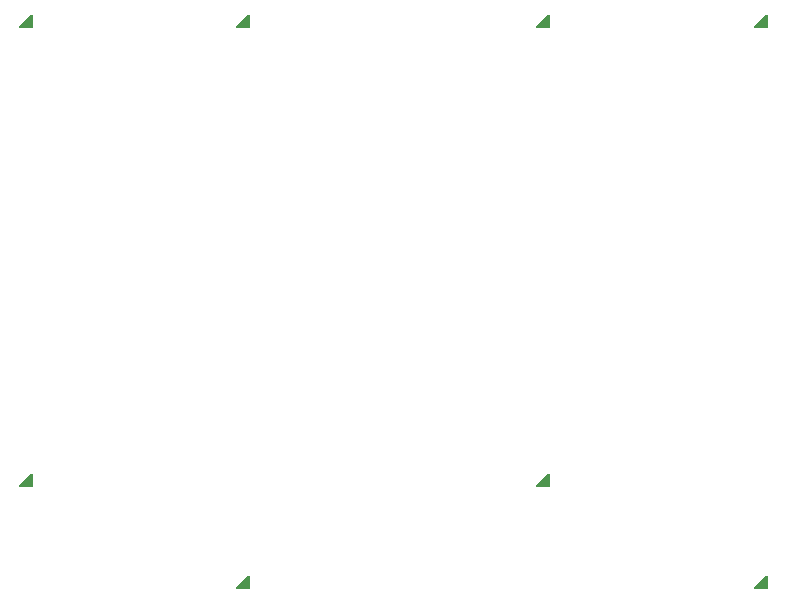
<source format=gbo>
G04 #@! TF.GenerationSoftware,KiCad,Pcbnew,5.1.5+dfsg1-2build2*
G04 #@! TF.CreationDate,2020-12-13T19:03:44+09:00*
G04 #@! TF.ProjectId,shield,73686965-6c64-42e6-9b69-6361645f7063,rev?*
G04 #@! TF.SameCoordinates,Original*
G04 #@! TF.FileFunction,Legend,Bot*
G04 #@! TF.FilePolarity,Positive*
%FSLAX46Y46*%
G04 Gerber Fmt 4.6, Leading zero omitted, Abs format (unit mm)*
G04 Created by KiCad (PCBNEW 5.1.5+dfsg1-2build2) date 2020-12-13 19:03:44*
%MOMM*%
%LPD*%
G04 APERTURE LIST*
%ADD10C,0.150000*%
G04 APERTURE END LIST*
D10*
G36*
X73660000Y-62230000D02*
G01*
X72644000Y-63246000D01*
X73660000Y-63246000D01*
X73660000Y-62230000D01*
G37*
X73660000Y-62230000D02*
X72644000Y-63246000D01*
X73660000Y-63246000D01*
X73660000Y-62230000D01*
G36*
X92075000Y-70866000D02*
G01*
X91059000Y-71882000D01*
X92075000Y-71882000D01*
X92075000Y-70866000D01*
G37*
X92075000Y-70866000D02*
X91059000Y-71882000D01*
X92075000Y-71882000D01*
X92075000Y-70866000D01*
G36*
X73660000Y-23368000D02*
G01*
X72644000Y-24384000D01*
X73660000Y-24384000D01*
X73660000Y-23368000D01*
G37*
X73660000Y-23368000D02*
X72644000Y-24384000D01*
X73660000Y-24384000D01*
X73660000Y-23368000D01*
G36*
X92075000Y-23368000D02*
G01*
X91059000Y-24384000D01*
X92075000Y-24384000D01*
X92075000Y-23368000D01*
G37*
X92075000Y-23368000D02*
X91059000Y-24384000D01*
X92075000Y-24384000D01*
X92075000Y-23368000D01*
G36*
X29845000Y-62230000D02*
G01*
X28829000Y-63246000D01*
X29845000Y-63246000D01*
X29845000Y-62230000D01*
G37*
X29845000Y-62230000D02*
X28829000Y-63246000D01*
X29845000Y-63246000D01*
X29845000Y-62230000D01*
G36*
X29845000Y-23368000D02*
G01*
X28829000Y-24384000D01*
X29845000Y-24384000D01*
X29845000Y-23368000D01*
G37*
X29845000Y-23368000D02*
X28829000Y-24384000D01*
X29845000Y-24384000D01*
X29845000Y-23368000D01*
G36*
X48260000Y-70866000D02*
G01*
X47244000Y-71882000D01*
X48260000Y-71882000D01*
X48260000Y-70866000D01*
G37*
X48260000Y-70866000D02*
X47244000Y-71882000D01*
X48260000Y-71882000D01*
X48260000Y-70866000D01*
G36*
X48260000Y-23368000D02*
G01*
X47244000Y-24384000D01*
X48260000Y-24384000D01*
X48260000Y-23368000D01*
G37*
X48260000Y-23368000D02*
X47244000Y-24384000D01*
X48260000Y-24384000D01*
X48260000Y-23368000D01*
M02*

</source>
